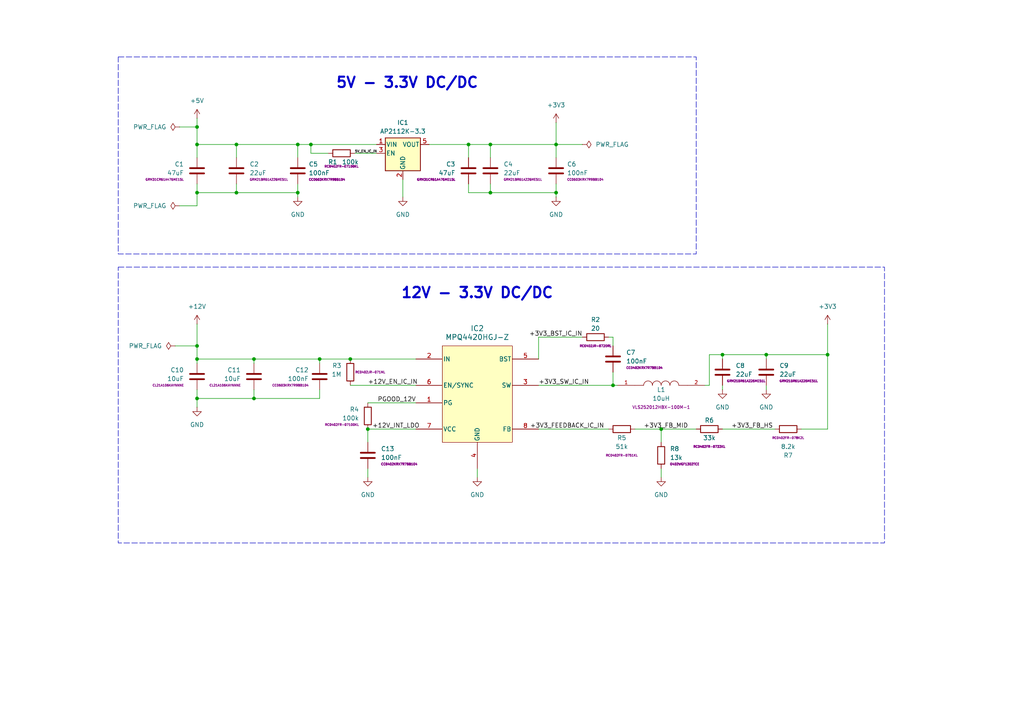
<source format=kicad_sch>
(kicad_sch (version 20250114) (generator "eeschema") (generator_version "9.0")
  (paper "A4")
  (lib_symbols
    (symbol "MPQ4420HGJ-Z:MPQ4420HGJ-Z" (pin_names (offset 0.254))
      (property "Reference" "IC" (at 17.526 9.906 0))
      (property "Value" "MPQ4420HGJ-Z" (at 18.034 7.112 0))
      (symbol "MPQ4420HGJ-Z_0_1"
        (pin power_in line (at 0 1.27 0) (length 7.62) (name "IN") (number "2"))
        (pin input line (at 0 -6.35 0) (length 7.62) (name "EN/SYNC") (number "6"))
        (pin output line (at 0 -11.43 0) (length 7.62) (name "PG") (number "1"))
        (pin power_in line (at 0 -19.05 0) (length 7.62) (name "VCC") (number "7"))
        (pin power_in line (at 17.78 -30.48 90) (length 7.62) (name "GND") (number "4"))
        (pin power_in line (at 35.56 1.27 180) (length 7.62) (name "BST") (number "5"))
        (pin output line (at 35.56 -6.35 180) (length 7.62) (name "SW") (number "3"))
        (pin unspecified line (at 35.56 -19.05 180) (length 7.62) (name "FB") (number "8"))
      )
      (symbol "MPQ4420HGJ-Z_1_1"
        (rectangle (start 7.62 5.08) (end 27.94 -22.86) (fill (type background)))
      )
    )
    (symbol "Project Capacitors:CC0402KRX7R7BB104" (pin_numbers (hide yes)) (pin_names (offset 0.254))
      (property "Reference" "C" (at 0.635 2.54 0))
      (property "Value" "100nF" (at 0.635 -2.54 0))
      (property "Footprint Name" "CC0402KRX7R7BB104" (at 6.35 -4.318 0))
      (symbol "CC0402KRX7R7BB104_0_1"
        (polyline (pts (xy -2.032 0.762) (xy 2.032 0.762)) (stroke (width 0.508)))
        (polyline (pts (xy -2.032 -0.762) (xy 2.032 -0.762)) (stroke (width 0.508)))
      )
      (symbol "CC0402KRX7R7BB104_1_1"
        (pin passive line (at 0 3.81 270) (length 2.794) (name "~") (number "1"))
        (pin passive line (at 0 -3.81 90) (length 2.794) (name "~") (number "2"))
      )
    )
    (symbol "Project Capacitors:CC0603KRX7R9BB104" (pin_numbers (hide yes)) (pin_names (offset 0.254))
      (property "Reference" "C" (at 4.064 -3.048 0))
      (property "Value" "100nF" (at 6.604 -5.588 0))
      (property "Footprint Name" "CC0603KRX7R9BB104" (at 3.81 -7.366 0))
      (symbol "CC0603KRX7R9BB104_0_1"
        (polyline (pts (xy 2.413 2.667) (xy 2.413 -1.397)) (stroke (width 0.508)))
        (polyline (pts (xy 3.937 2.667) (xy 3.937 -1.397)) (stroke (width 0.508)))
      )
      (symbol "CC0603KRX7R9BB104_1_1"
        (pin passive line (at -0.635 0.635 0) (length 2.794) (name "~") (number "2"))
        (pin passive line (at 6.985 0.635 180) (length 2.794) (name "~") (number "1"))
      )
    )
    (symbol "Project Capacitors:CL21A106KAYNNNE" (pin_numbers (hide yes)) (pin_names (offset 0.254))
      (property "Reference" "C" (at 0.635 2.54 0))
      (property "Value" "10uF" (at 0.635 -2.54 0))
      (property "Footprint Name" "CL21A106KAYNNNE" (at 5.334 -4.318 0))
      (symbol "CL21A106KAYNNNE_0_1"
        (polyline (pts (xy -2.032 0.762) (xy 2.032 0.762)) (stroke (width 0.508)))
        (polyline (pts (xy -2.032 -0.762) (xy 2.032 -0.762)) (stroke (width 0.508)))
      )
      (symbol "CL21A106KAYNNNE_1_1"
        (pin passive line (at 0 3.81 270) (length 2.794) (name "~") (number "1"))
        (pin passive line (at 0 -3.81 90) (length 2.794) (name "~") (number "2"))
      )
    )
    (symbol "Project Capacitors:GRM21BR61A226ME51L" (pin_numbers (hide yes)) (pin_names (offset 0.254))
      (property "Reference" "C" (at 0.635 2.54 0))
      (property "Value" "22uF" (at 0.635 -2.54 0))
      (property "Footprint Name" "GRM21BR61A226ME51L" (at 6.35 -4.318 0))
      (symbol "GRM21BR61A226ME51L_0_1"
        (polyline (pts (xy -2.032 0.762) (xy 2.032 0.762)) (stroke (width 0.508)))
        (polyline (pts (xy -2.032 -0.762) (xy 2.032 -0.762)) (stroke (width 0.508)))
      )
      (symbol "GRM21BR61A226ME51L_1_1"
        (pin passive line (at 0 3.81 270) (length 2.794) (name "~") (number "1"))
        (pin passive line (at 0 -3.81 90) (length 2.794) (name "~") (number "2"))
      )
    )
    (symbol "Project Capacitors:GRM31CR61A476ME15L" (pin_numbers (hide yes)) (pin_names (offset 0.254))
      (property "Reference" "C" (at 0.635 2.54 0))
      (property "Value" "47uF" (at 0.635 -2.54 0))
      (property "Footprint Name" "GRM31CR61A476ME15L" (at 6.35 -4.318 0))
      (symbol "GRM31CR61A476ME15L_0_1"
        (polyline (pts (xy -2.032 0.762) (xy 2.032 0.762)) (stroke (width 0.508)))
        (polyline (pts (xy -2.032 -0.762) (xy 2.032 -0.762)) (stroke (width 0.508)))
      )
      (symbol "GRM31CR61A476ME15L_1_1"
        (pin passive line (at 0 3.81 270) (length 2.794) (name "~") (number "1"))
        (pin passive line (at 0 -3.81 90) (length 2.794) (name "~") (number "2"))
      )
    )
    (symbol "Project_Resistors:0402WGF1302TCE" (pin_numbers (hide yes)) (pin_names (offset 0))
      (property "Reference" "R" (at 2.032 0 90))
      (property "Value" "13k" (at 0 0 90))
      (property "Footprint Name" "0402WGF1302TCE" (at 4.064 0.254 90))
      (symbol "0402WGF1302TCE_0_1"
        (rectangle (start -1.016 -2.54) (end 1.016 2.54) (stroke (width 0.254)))
      )
      (symbol "0402WGF1302TCE_1_1"
        (pin passive line (at 0 3.81 270) (length 1.27) (name "~") (number "1"))
        (pin passive line (at 0 -3.81 90) (length 1.27) (name "~") (number "2"))
      )
    )
    (symbol "Project_Resistors:RC0402FR-07100KL" (pin_numbers (hide yes)) (pin_names (offset 0))
      (property "Reference" "R" (at -0.508 2.286 0))
      (property "Value" "100k" (at 0 -2.54 0))
      (property "Footprint Name" "RC0402FR-07100KL" (at -0.254 -4.318 0))
      (symbol "RC0402FR-07100KL_0_1"
        (rectangle (start 2.54 1.016) (end -2.54 -1.016) (stroke (width 0.254)))
      )
      (symbol "RC0402FR-07100KL_1_1"
        (pin passive line (at -3.81 0 0) (length 1.27) (name "~") (number "1"))
        (pin passive line (at 3.81 0 180) (length 1.27) (name "~") (number "2"))
      )
    )
    (symbol "Project_Resistors:RC0402FR-0733KL" (pin_numbers (hide yes)) (pin_names (offset 0))
      (property "Reference" "R" (at 2.032 0 90))
      (property "Value" "33k" (at 0 0 90))
      (property "Footprint Name" "RC0402FR-0733KL" (at 4.064 0.254 90))
      (symbol "RC0402FR-0733KL_0_1"
        (rectangle (start -1.016 -2.54) (end 1.016 2.54) (stroke (width 0.254)))
      )
      (symbol "RC0402FR-0733KL_1_1"
        (pin passive line (at 0 3.81 270) (length 1.27) (name "~") (number "1"))
        (pin passive line (at 0 -3.81 90) (length 1.27) (name "~") (number "2"))
      )
    )
    (symbol "Project_Resistors:RC0402FR-0751KL" (pin_numbers (hide yes)) (pin_names (offset 0))
      (property "Reference" "R" (at 2.032 0 90))
      (property "Value" "51k" (at 0 0 90))
      (property "Footprint Name" "RC0402FR-0751KL" (at 4.064 0.254 90))
      (symbol "RC0402FR-0751KL_0_1"
        (rectangle (start -1.016 -2.54) (end 1.016 2.54) (stroke (width 0.254)))
      )
      (symbol "RC0402FR-0751KL_1_1"
        (pin passive line (at 0 3.81 270) (length 1.27) (name "~") (number "1"))
        (pin passive line (at 0 -3.81 90) (length 1.27) (name "~") (number "2"))
      )
    )
    (symbol "Project_Resistors:RC0402FR-078K2L" (pin_numbers (hide yes)) (pin_names (offset 0))
      (property "Reference" "R" (at 2.032 0 90))
      (property "Value" "8.2k" (at 0 0 90))
      (property "Footprint Name" "RC0402FR-078K2L" (at 4.064 0.254 90))
      (symbol "RC0402FR-078K2L_0_1"
        (rectangle (start -1.016 -2.54) (end 1.016 2.54) (stroke (width 0.254)))
      )
      (symbol "RC0402FR-078K2L_1_1"
        (pin passive line (at 0 3.81 270) (length 1.27) (name "~") (number "1"))
        (pin passive line (at 0 -3.81 90) (length 1.27) (name "~") (number "2"))
      )
    )
    (symbol "Project_Resistors:RC0402JR-071ML" (pin_numbers (hide yes)) (pin_names (offset 0))
      (property "Reference" "R" (at 2.032 0 90))
      (property "Value" "1M" (at 0 0 90))
      (property "Footprint Name" "RC0402JR-071ML" (at 4.064 0.254 90))
      (symbol "RC0402JR-071ML_0_1"
        (rectangle (start -1.016 -2.54) (end 1.016 2.54) (stroke (width 0.254)))
      )
      (symbol "RC0402JR-071ML_1_1"
        (pin passive line (at 0 3.81 270) (length 1.27) (name "~") (number "1"))
        (pin passive line (at 0 -3.81 90) (length 1.27) (name "~") (number "2"))
      )
    )
    (symbol "Project_Resistors:RC0402JR-0720RL" (pin_numbers (hide yes)) (pin_names (offset 0))
      (property "Reference" "R" (at 2.032 0 90))
      (property "Value" "20" (at 0 0 90))
      (property "Footprint Name" "RC0402JR-0720RL" (at 4.064 0.254 90))
      (symbol "RC0402JR-0720RL_0_1"
        (rectangle (start -1.016 -2.54) (end 1.016 2.54) (stroke (width 0.254)))
      )
      (symbol "RC0402JR-0720RL_1_1"
        (pin passive line (at 0 3.81 270) (length 1.27) (name "~") (number "1"))
        (pin passive line (at 0 -3.81 90) (length 1.27) (name "~") (number "2"))
      )
    )
    (symbol "Regulator_Linear:AP2112K-3.3" (pin_names (offset 0.254))
      (property "Reference" "U" (at -5.08 5.715 0))
      (property "Value" "AP2112K-3.3" (at 0 5.715 0))
      (symbol "AP2112K-3.3_0_1"
        (rectangle (start -5.08 4.445) (end 5.08 -5.08) (stroke (width 0.254)) (fill (type background)))
      )
      (symbol "AP2112K-3.3_1_1"
        (pin power_in line (at -7.62 2.54 0) (length 2.54) (name "VIN") (number "1"))
        (pin input line (at -7.62 0 0) (length 2.54) (name "EN") (number "3"))
        (pin power_in line (at 0 -7.62 90) (length 2.54) (name "GND") (number "2"))
        (pin no_connect line (at 5.08 0 180) (length 2.54) (hide yes) (name "NC") (number "4"))
        (pin power_out line (at 7.62 2.54 180) (length 2.54) (name "VOUT") (number "5"))
      )
    )
    (symbol "VLS252012HBX-100M-1:VLS252012HBX-100M-1" (pin_names (offset 1.016))
      (property "Reference" "L" (at -9.906 2.794 0))
      (property "Value" "10uH" (at -9.906 -1.778 0))
      (property "Footprint Name" "VLS252012HBX-100M-1" (at -1.27 -4.572 0))
      (symbol "VLS252012HBX-100M-1_0_0"
        (pin passive line (at -12.7 0 0) (length 5.08) (name "~") (number "1"))
        (pin passive line (at 12.7 0 180) (length 5.08) (name "~") (number "2"))
      )
      (symbol "VLS252012HBX-100M-1_1_0"
        (polyline (pts (xy -5.08 0) (xy -7.62 0)) (stroke (width 0.1524)))
        (arc (start -5.08 0) (mid -3.81 1.2645) (end -2.54 0) (stroke (width 0.1524)))
        (arc (start -2.54 0) (mid -1.27 1.2645) (end 0 0) (stroke (width 0.1524)))
        (arc (start 0 0) (mid 1.27 1.2645) (end 2.54 0) (stroke (width 0.1524)))
        (arc (start 2.54 0) (mid 3.81 1.2645) (end 5.08 0) (stroke (width 0.1524)))
        (polyline (pts (xy 5.08 0) (xy 7.62 0)) (stroke (width 0.1524)))
      )
    )
    (symbol "power:+12V" (power) (pin_numbers (hide yes)) (pin_names (offset 0) (hide yes))
      (property "Value" "+12V" (at 0 3.556 0))
      (symbol "+12V_0_1"
        (polyline (pts (xy -0.762 1.27) (xy 0 2.54)))
        (polyline (pts (xy 0 2.54) (xy 0.762 1.27)))
        (polyline (pts (xy 0 0) (xy 0 2.54)))
      )
      (symbol "+12V_1_1"
        (pin power_in line (at 0 0 90) (length 0) (name "~") (number "1"))
      )
    )
    (symbol "power:+3V3" (power) (pin_numbers (hide yes)) (pin_names (offset 0) (hide yes))
      (property "Value" "+3V3" (at 0 3.556 0))
      (symbol "+3V3_0_1"
        (polyline (pts (xy -0.762 1.27) (xy 0 2.54)))
        (polyline (pts (xy 0 2.54) (xy 0.762 1.27)))
        (polyline (pts (xy 0 0) (xy 0 2.54)))
      )
      (symbol "+3V3_1_1"
        (pin power_in line (at 0 0 90) (length 0) (name "~") (number "1"))
      )
    )
    (symbol "power:+5V" (power) (pin_numbers (hide yes)) (pin_names (offset 0) (hide yes))
      (property "Value" "+5V" (at 0 3.556 0))
      (symbol "+5V_0_1"
        (polyline (pts (xy -0.762 1.27) (xy 0 2.54)))
        (polyline (pts (xy 0 2.54) (xy 0.762 1.27)))
        (polyline (pts (xy 0 0) (xy 0 2.54)))
      )
      (symbol "+5V_1_1"
        (pin power_in line (at 0 0 90) (length 0) (name "~") (number "1"))
      )
    )
    (symbol "power:GND" (power) (pin_numbers (hide yes)) (pin_names (offset 0) (hide yes))
      (property "Value" "GND" (at 0 -3.81 0))
      (symbol "GND_0_1"
        (polyline (pts (xy 0 0) (xy 0 -1.27) (xy 1.27 -1.27) (xy 0 -2.54) (xy -1.27 -1.27) (xy 0 -1.27)))
      )
      (symbol "GND_1_1"
        (pin power_in line (at 0 0 270) (length 0) (name "~") (number "1"))
      )
    )
    (symbol "power:PWR_FLAG" (power) (pin_numbers (hide yes)) (pin_names (offset 0) (hide yes))
      (property "Value" "PWR_FLAG" (at 0 3.81 0))
      (symbol "PWR_FLAG_0_0"
        (pin power_out line (at 0 0 90) (length 0) (name "~") (number "1"))
      )
      (symbol "PWR_FLAG_0_1"
        (polyline (pts (xy 0 0) (xy 0 1.27) (xy -1.016 1.905) (xy 0 2.54) (xy 1.016 1.905) (xy 0 1.27)))
      )
    )
  )
  (rectangle (start 34.29 16.51) (end 201.93 73.66) (stroke (width 0) (type dash)))
  (rectangle (start 34.29 77.47) (end 256.54 157.48) (stroke (width 0) (type dash)))
  (text "12V - 3.3V DC/DC" (at 138.43 85.09 0) (effects (font (size 3 3) (thickness 0.6) (bold yes))))
  (text "5V - 3.3V DC/DC" (at 118.11 24.13 0) (effects (font (size 3 3) (thickness 0.6) (bold yes))))
  (junction (at 135.89 41.91))
  (junction (at 57.15 100.33))
  (junction (at 240.03 102.87))
  (junction (at 57.15 41.91))
  (junction (at 191.77 124.46))
  (junction (at 106.68 124.46))
  (junction (at 142.24 41.91))
  (junction (at 68.58 41.91))
  (junction (at 73.66 104.14))
  (junction (at 101.6 104.14))
  (junction (at 161.29 55.88))
  (junction (at 57.15 115.57))
  (junction (at 161.29 41.91))
  (junction (at 57.15 104.14))
  (junction (at 92.71 104.14))
  (junction (at 68.58 55.88))
  (junction (at 73.66 115.57))
  (junction (at 142.24 55.88))
  (junction (at 86.36 41.91))
  (junction (at 209.55 102.87))
  (junction (at 86.36 55.88))
  (junction (at 177.8 111.76))
  (junction (at 222.25 102.87))
  (junction (at 57.15 55.88))
  (junction (at 57.15 36.83))
  (junction (at 90.17 41.91))
  (wire (pts (xy 204.47 111.76) (xy 205.74 111.76)))
  (wire (pts (xy 205.74 102.87) (xy 209.55 102.87)))
  (wire (pts (xy 57.15 41.91) (xy 68.58 41.91)))
  (wire (pts (xy 106.68 116.84) (xy 120.65 116.84)))
  (wire (pts (xy 135.89 41.91) (xy 135.89 45.72)))
  (wire (pts (xy 142.24 41.91) (xy 142.24 45.72)))
  (wire (pts (xy 90.17 41.91) (xy 109.22 41.91)))
  (wire (pts (xy 135.89 53.34) (xy 135.89 55.88)))
  (wire (pts (xy 191.77 124.46) (xy 201.93 124.46)))
  (wire (pts (xy 135.89 41.91) (xy 142.24 41.91)))
  (wire (pts (xy 57.15 104.14) (xy 73.66 104.14)))
  (wire (pts (xy 73.66 105.41) (xy 73.66 104.14)))
  (wire (pts (xy 73.66 113.03) (xy 73.66 115.57)))
  (wire (pts (xy 177.8 97.79) (xy 176.53 97.79)))
  (wire (pts (xy 106.68 135.89) (xy 106.68 138.43)))
  (wire (pts (xy 73.66 104.14) (xy 92.71 104.14)))
  (wire (pts (xy 116.84 52.07) (xy 116.84 57.15)))
  (wire (pts (xy 92.71 105.41) (xy 92.71 104.14)))
  (wire (pts (xy 106.68 124.46) (xy 120.65 124.46)))
  (wire (pts (xy 92.71 113.03) (xy 92.71 115.57)))
  (wire (pts (xy 101.6 111.76) (xy 120.65 111.76)))
  (wire (pts (xy 161.29 41.91) (xy 161.29 45.72)))
  (wire (pts (xy 156.21 97.79) (xy 168.91 97.79)))
  (wire (pts (xy 57.15 105.41) (xy 57.15 104.14)))
  (wire (pts (xy 161.29 53.34) (xy 161.29 55.88)))
  (wire (pts (xy 191.77 135.89) (xy 191.77 138.43)))
  (wire (pts (xy 73.66 115.57) (xy 92.71 115.57)))
  (wire (pts (xy 57.15 41.91) (xy 57.15 36.83)))
  (wire (pts (xy 124.46 41.91) (xy 135.89 41.91)))
  (wire (pts (xy 161.29 55.88) (xy 161.29 57.15)))
  (wire (pts (xy 57.15 115.57) (xy 73.66 115.57)))
  (wire (pts (xy 57.15 113.03) (xy 57.15 115.57)))
  (wire (pts (xy 177.8 111.76) (xy 179.07 111.76)))
  (wire (pts (xy 142.24 41.91) (xy 161.29 41.91)))
  (wire (pts (xy 57.15 100.33) (xy 57.15 104.14)))
  (wire (pts (xy 191.77 124.46) (xy 191.77 128.27)))
  (wire (pts (xy 57.15 55.88) (xy 68.58 55.88)))
  (wire (pts (xy 57.15 93.98) (xy 57.15 100.33)))
  (wire (pts (xy 222.25 102.87) (xy 240.03 102.87)))
  (wire (pts (xy 184.15 124.46) (xy 191.77 124.46)))
  (wire (pts (xy 90.17 44.45) (xy 90.17 41.91)))
  (wire (pts (xy 138.43 135.89) (xy 138.43 138.43)))
  (wire (pts (xy 92.71 104.14) (xy 101.6 104.14)))
  (wire (pts (xy 161.29 41.91) (xy 168.91 41.91)))
  (wire (pts (xy 240.03 102.87) (xy 240.03 124.46)))
  (wire (pts (xy 161.29 41.91) (xy 161.29 35.56)))
  (wire (pts (xy 156.21 104.14) (xy 156.21 97.79)))
  (wire (pts (xy 156.21 111.76) (xy 177.8 111.76)))
  (wire (pts (xy 90.17 41.91) (xy 86.36 41.91)))
  (wire (pts (xy 57.15 36.83) (xy 57.15 34.29)))
  (wire (pts (xy 57.15 41.91) (xy 57.15 45.72)))
  (wire (pts (xy 205.74 111.76) (xy 205.74 102.87)))
  (wire (pts (xy 86.36 41.91) (xy 86.36 45.72)))
  (wire (pts (xy 142.24 53.34) (xy 142.24 55.88)))
  (wire (pts (xy 209.55 124.46) (xy 224.79 124.46)))
  (wire (pts (xy 156.21 124.46) (xy 176.53 124.46)))
  (wire (pts (xy 57.15 59.69) (xy 57.15 55.88)))
  (wire (pts (xy 52.07 59.69) (xy 57.15 59.69)))
  (wire (pts (xy 101.6 104.14) (xy 120.65 104.14)))
  (wire (pts (xy 102.87 44.45) (xy 109.22 44.45)))
  (wire (pts (xy 135.89 55.88) (xy 142.24 55.88)))
  (wire (pts (xy 57.15 53.34) (xy 57.15 55.88)))
  (wire (pts (xy 68.58 53.34) (xy 68.58 55.88)))
  (wire (pts (xy 209.55 104.14) (xy 209.55 102.87)))
  (wire (pts (xy 68.58 55.88) (xy 86.36 55.88)))
  (wire (pts (xy 52.07 36.83) (xy 57.15 36.83)))
  (wire (pts (xy 209.55 102.87) (xy 222.25 102.87)))
  (wire (pts (xy 232.41 124.46) (xy 240.03 124.46)))
  (wire (pts (xy 222.25 111.76) (xy 222.25 113.03)))
  (wire (pts (xy 86.36 53.34) (xy 86.36 55.88)))
  (wire (pts (xy 209.55 111.76) (xy 209.55 113.03)))
  (wire (pts (xy 95.25 44.45) (xy 90.17 44.45)))
  (wire (pts (xy 68.58 41.91) (xy 68.58 45.72)))
  (wire (pts (xy 222.25 102.87) (xy 222.25 104.14)))
  (wire (pts (xy 177.8 100.33) (xy 177.8 97.79)))
  (wire (pts (xy 177.8 107.95) (xy 177.8 111.76)))
  (wire (pts (xy 240.03 93.98) (xy 240.03 102.87)))
  (wire (pts (xy 86.36 55.88) (xy 86.36 57.15)))
  (wire (pts (xy 57.15 115.57) (xy 57.15 118.11)))
  (wire (pts (xy 50.8 100.33) (xy 57.15 100.33)))
  (wire (pts (xy 68.58 41.91) (xy 86.36 41.91)))
  (wire (pts (xy 142.24 55.88) (xy 161.29 55.88)))
  (wire (pts (xy 106.68 124.46) (xy 106.68 128.27)))
  (label "+3V3_FB_HS" (at 212.09 124.46 0))
  (label "PGOOD_12V" (at 120.65 116.84 180))
  (label "5V_EN_IC_IN" (at 102.87 44.45 0) (effects (font (size 0.7 0.7))))
  (label "+3V3_FEEDBACK_IC_IN" (at 175.26 124.46 180))
  (label "+12V_INT_LDO" (at 107.95 124.46 0))
  (label "+3V3_BST_IC_IN" (at 168.91 97.79 180))
  (label "+3V3_FB_MID" (at 186.69 124.46 0))
  (label "+3V3_SW_IC_IN" (at 156.21 111.76 0))
  (label "+12V_EN_IC_IN" (at 106.68 111.76 0))
  (symbol (lib_id "Project_Resistors:RC0402FR-0733KL") (at 205.74 124.46 90) (mirror x) (unit 1)
    (property "Reference" "R6" (at 205.74 121.92 90))
    (property "Value" "33k" (at 205.74 127 90))
    (property "Footprint" "RC0402FR-0733KL:RESC1005X40N" (effects (hide yes)))
    (property "Description" "Resistor" (effects (hide yes)))
    (property "Footprint Name" "RC0402FR-0733KL" (at 205.74 129.54 90) (effects (font (size 0.635 0.635))))
  )
  (symbol (lib_id "Project_Resistors:RC0402FR-078K2L") (at 228.6 124.46 90) (mirror x) (unit 1)
    (property "Reference" "R7" (at 228.6 132.08 90))
    (property "Value" "8.2k" (at 228.6 129.54 90))
    (property "Footprint" "RC0402FR-078K2L:RESC1005X40N" (effects (hide yes)))
    (property "Description" "Resistor" (effects (hide yes)))
    (property "Footprint Name" "RC0402FR-078K2L" (at 228.6 127 90) (effects (font (size 0.635 0.635))))
  )
  (symbol (lib_id "Regulator_Linear:AP2112K-3.3") (at 116.84 44.45 0) (unit 1)
    (property "Reference" "IC1" (at 116.84 35.56 0))
    (property "Value" "AP2112K-3.3" (at 116.84 38.1 0))
    (property "Footprint" "Package_TO_SOT_SMD:SOT-23-5" (effects (hide yes)))
    (property "Datasheet" "https://www.diodes.com/assets/Datasheets/AP2112.pdf" (effects (hide yes)))
    (property "Description" "600mA low dropout linear regulator, with enable pin, 3.8V-6V input voltage range, 3.3V fixed positive output, SOT-23-5" (effects (hide yes)))
  )
  (symbol (lib_id "power:PWR_FLAG") (at 52.07 36.83 90) (unit 1)
    (property "Reference" "#FLG01" (effects (hide yes)))
    (property "Value" "PWR_FLAG" (at 48.26 36.8299 90) (effects (justify left)))
    (property "Description" "Special symbol for telling ERC where power comes from" (effects (hide yes)))
  )
  (symbol (lib_id "Project Capacitors:GRM21BR61A226ME51L") (at 142.24 49.53 0) (unit 1)
    (property "Reference" "C4" (at 146.05 47.6249 0) (effects (justify left)))
    (property "Value" "22uF" (at 146.05 50.1649 0) (effects (justify left)))
    (property "Footprint" "GRM21BR61A226ME51L:CAPC2012X140N" (effects (hide yes)))
    (property "Description" "Unpolarized capacitor" (effects (hide yes)))
    (property "Footprint Name" "GRM21BR61A226ME51L" (at 146.05 52.07 0) (effects (font (size 0.635 0.635)) (justify left)))
  )
  (symbol (lib_id "Project Capacitors:CC0603KRX7R9BB104") (at 161.925 52.705 90) (unit 1)
    (property "Reference" "C6" (at 164.465 47.6249 90) (effects (justify right)))
    (property "Value" "100nF" (at 164.465 50.1649 90) (effects (justify right)))
    (property "Footprint" "CC0603KRX7R9BB104:CC0603KRX7R9BB104" (effects (hide yes)))
    (property "Description" "Unpolarized capacitor" (effects (hide yes)))
    (property "Footprint Name" "CC0603KRX7R9BB104" (at 164.465 52.07 90) (effects (font (size 0.635 0.635)) (justify right)))
  )
  (symbol (lib_id "Project_Resistors:RC0402JR-0720RL") (at 172.72 97.79 90) (unit 1)
    (property "Reference" "R2" (at 172.72 92.71 90))
    (property "Value" "20" (at 172.72 95.25 90))
    (property "Footprint" "RC0402JR-0720RL:RESC1005X40N" (effects (hide yes)))
    (property "Description" "Resistor" (effects (hide yes)))
    (property "Footprint Name" "RC0402JR-0720RL" (at 172.72 100.33 90) (effects (font (size 0.635 0.635))))
  )
  (symbol (lib_id "Project Capacitors:CC0603KRX7R9BB104") (at 93.345 112.395 90) (unit 1)
    (property "Reference" "C12" (at 89.535 107.3149 90) (effects (justify left)))
    (property "Value" "100nF" (at 89.535 109.8549 90) (effects (justify left)))
    (property "Footprint" "CC0603KRX7R9BB104:CC0603KRX7R9BB104" (effects (hide yes)))
    (property "Description" "Unpolarized capacitor" (effects (hide yes)))
    (property "Footprint Name" "CC0603KRX7R9BB104" (at 89.535 111.76 90) (effects (font (size 0.635 0.635)) (justify left)))
  )
  (symbol (lib_id "Project_Resistors:RC0402FR-07100KL") (at 99.06 44.45 0) (mirror x) (unit 1)
    (property "Reference" "R1" (at 96.52 46.99 0))
    (property "Value" "100k" (at 101.6 46.99 0))
    (property "Footprint" "RC0402FR-07100KL:RC0402FR-07100KL" (effects (hide yes)))
    (property "Description" "Resistor" (effects (hide yes)))
    (property "Footprint Name" "RC0402FR-07100KL" (at 99.06 48.26 0) (effects (font (size 0.635 0.635))))
  )
  (symbol (lib_id "Project Capacitors:CC0603KRX7R9BB104") (at 86.995 52.705 90) (unit 1)
    (property "Reference" "C5" (at 89.535 47.6249 90) (effects (justify right)))
    (property "Value" "100nF" (at 89.535 50.1649 90) (effects (justify right)))
    (property "Footprint" "CC0603KRX7R9BB104:CC0603KRX7R9BB104" (effects (hide yes)))
    (property "Description" "Unpolarized capacitor" (effects (hide yes)))
    (property "Footprint Name" "CC0603KRX7R9BB104" (at 89.535 52.07 90) (effects (font (size 0.635 0.635)) (justify right)))
  )
  (symbol (lib_id "MPQ4420HGJ-Z:MPQ4420HGJ-Z") (at 120.65 105.41 0) (unit 1)
    (property "Reference" "IC2" (at 138.43 95.25 0) (effects (font (size 1.524 1.524))))
    (property "Value" "MPQ4420HGJ-Z" (at 138.43 97.79 0) (effects (font (size 1.524 1.524))))
    (property "Footprint" "MPQ4420HGJ-Z:TSOT23-8_MPQ4420H_MNP" (effects (hide yes)))
    (property "Datasheet" "MPQ4420HGJ-Z" (effects (hide yes)))
  )
  (symbol (lib_id "VLS252012HBX-100M-1:VLS252012HBX-100M-1") (at 191.77 111.76 0) (unit 1)
    (property "Reference" "L1" (at 191.77 113.03 0))
    (property "Value" "10uH" (at 191.77 115.57 0))
    (property "Footprint" "VLS252012HBX-100M-1:IND_VLS252012HBX-100M-1" (effects (hide yes)))
    (property "MF" "TDK" (effects (hide yes)))
    (property "MAXIMUM_PACKAGE_HEIGHT" "1.2 mm" (effects (hide yes)))
    (property "Package" "NON STANDARD-2 TDK" (effects (hide yes)))
    (property "Price" "None" (effects (hide yes)))
    (property "Check_prices" "https://www.snapeda.com/parts/VLS252012HBX-100M-1/TDK/view-part/?ref=eda" (effects (hide yes)))
    (property "STANDARD" "Manufacturer Recommendations" (effects (hide yes)))
    (property "PARTREV" "N/A" (effects (hide yes)))
    (property "SnapEDA_Link" "https://www.snapeda.com/parts/VLS252012HBX-100M-1/TDK/view-part/?ref=snap" (effects (hide yes)))
    (property "MP" "VLS252012HBX-100M-1" (effects (hide yes)))
    (property "Description_1" "10 µH Shielded Drum Core, Wirewound Inductor 1 A 540mOhm Max 1008 (2520 Metric)" (effects (hide yes)))
    (property "Availability" "In Stock" (effects (hide yes)))
    (property "MANUFACTURER" "TDK" (effects (hide yes)))
    (property "Footprint Name" "VLS252012HBX-100M-1" (at 191.77 118.11 0) (effects (font (size 0.889 0.889))))
  )
  (symbol (lib_id "power:+5V") (at 57.15 34.29 0) (unit 1)
    (property "Reference" "#PWR06" (effects (hide yes)))
    (property "Value" "+5V" (at 57.15 29.21 0))
    (property "Description" "Power symbol creates a global label with name \"+5V\"" (effects (hide yes)))
  )
  (symbol (lib_id "Project Capacitors:CL21A106KAYNNNE") (at 73.66 109.22 0) (mirror y) (unit 1)
    (property "Reference" "C11" (at 69.85 107.3149 0) (effects (justify left)))
    (property "Value" "10uF" (at 69.85 109.8549 0) (effects (justify left)))
    (property "Footprint" "CL21A106KAYNNNE:CAPC2012X135N" (effects (hide yes)))
    (property "Description" "Unpolarized capacitor" (effects (hide yes)))
    (property "Footprint Name" "CL21A106KAYNNNE" (at 69.85 111.76 0) (effects (font (size 0.635 0.635)) (justify left)))
  )
  (symbol (lib_id "Project_Resistors:RC0402JR-071ML") (at 101.6 107.95 0) (mirror y) (unit 1)
    (property "Reference" "R3" (at 99.06 106.0449 0) (effects (justify left)))
    (property "Value" "1M" (at 99.06 108.5849 0) (effects (justify left)))
    (property "Footprint" "RC0402JR-071ML:R0402" (effects (hide yes)))
    (property "Description" "Resistor" (effects (hide yes)))
    (property "Footprint Name" "RC0402JR-071ML" (at 111.76 107.95 0) (effects (font (size 0.635 0.635)) (justify left)))
  )
  (symbol (lib_id "Project Capacitors:GRM21BR61A226ME51L") (at 209.55 107.95 0) (unit 1)
    (property "Reference" "C8" (at 213.36 106.0449 0) (effects (justify left)))
    (property "Value" "22uF" (at 213.36 108.5849 0) (effects (justify left)))
    (property "Footprint" "GRM21BR61A226ME51L:CAPC2012X140N" (effects (hide yes)))
    (property "Description" "Unpolarized capacitor" (effects (hide yes)))
    (property "Footprint Name" "GRM21BR61A226ME51L" (at 210.82 110.49 0) (effects (font (size 0.635 0.635)) (justify left)))
  )
  (symbol (lib_id "power:GND") (at 86.36 57.15 0) (unit 1)
    (property "Reference" "#PWR08" (effects (hide yes)))
    (property "Value" "GND" (at 86.36 62.23 0))
    (property "Description" "Power symbol creates a global label with name \"GND\" , ground" (effects (hide yes)))
  )
  (symbol (lib_id "power:+12V") (at 57.15 93.98 0) (unit 1)
    (property "Reference" "#PWR011" (effects (hide yes)))
    (property "Value" "+12V" (at 57.15 88.9 0))
    (property "Description" "Power symbol creates a global label with name \"+12V\"" (effects (hide yes)))
  )
  (symbol (lib_id "power:+3V3") (at 240.03 93.98 0) (unit 1)
    (property "Reference" "#PWR012" (effects (hide yes)))
    (property "Value" "+3V3" (at 240.03 88.9 0))
    (property "Description" "Power symbol creates a global label with name \"+3V3\"" (effects (hide yes)))
  )
  (symbol (lib_id "Project_Resistors:RC0402FR-0751KL") (at 180.34 124.46 90) (mirror x) (unit 1)
    (property "Reference" "R5" (at 180.34 127 90))
    (property "Value" "51k" (at 180.34 129.54 90))
    (property "Footprint" "RC0402FR-0751KL:RESC1005X40N" (effects (hide yes)))
    (property "Description" "Resistor" (effects (hide yes)))
    (property "Footprint Name" "RC0402FR-0751KL" (at 180.34 132.08 90) (effects (font (size 0.635 0.635))))
  )
  (symbol (lib_id "power:PWR_FLAG") (at 52.07 59.69 90) (unit 1)
    (property "Reference" "#FLG03" (effects (hide yes)))
    (property "Value" "PWR_FLAG" (at 48.26 59.6899 90) (effects (justify left)))
    (property "Description" "Special symbol for telling ERC where power comes from" (effects (hide yes)))
  )
  (symbol (lib_id "Project Capacitors:CC0402KRX7R7BB104") (at 177.8 104.14 0) (unit 1)
    (property "Reference" "C7" (at 181.61 102.2349 0) (effects (justify left)))
    (property "Value" "100nF" (at 181.61 104.7749 0) (effects (justify left)))
    (property "Footprint" "CC0402KRX7R7BB104:CAPC1005X55N" (effects (hide yes)))
    (property "Description" "Unpolarized capacitor" (effects (hide yes)))
    (property "Footprint Name" "CC0402KRX7R7BB104" (at 181.61 106.68 0) (effects (font (size 0.635 0.635)) (justify left)))
  )
  (symbol (lib_id "power:+3V3") (at 161.29 35.56 0) (unit 1)
    (property "Reference" "#PWR07" (effects (hide yes)))
    (property "Value" "+3V3" (at 161.29 30.48 0))
    (property "Description" "Power symbol creates a global label with name \"+3V3\"" (effects (hide yes)))
  )
  (symbol (lib_id "power:GND") (at 57.15 118.11 0) (unit 1)
    (property "Reference" "#PWR015" (effects (hide yes)))
    (property "Value" "GND" (at 57.15 123.19 0))
    (property "Description" "Power symbol creates a global label with name \"GND\" , ground" (effects (hide yes)))
  )
  (symbol (lib_id "Project Capacitors:GRM21BR61A226ME51L") (at 222.25 107.95 0) (unit 1)
    (property "Reference" "C9" (at 226.06 106.0449 0) (effects (justify left)))
    (property "Value" "22uF" (at 226.06 108.5849 0) (effects (justify left)))
    (property "Footprint" "GRM21BR61A226ME51L:CAPC2012X140N" (effects (hide yes)))
    (property "Description" "Unpolarized capacitor" (effects (hide yes)))
    (property "Footprint Name" "GRM21BR61A226ME51L" (at 226.06 110.49 0) (effects (font (size 0.635 0.635)) (justify left)))
  )
  (symbol (lib_id "power:GND") (at 106.68 138.43 0) (unit 1)
    (property "Reference" "#PWR016" (effects (hide yes)))
    (property "Value" "GND" (at 106.68 143.51 0))
    (property "Description" "Power symbol creates a global label with name \"GND\" , ground" (effects (hide yes)))
  )
  (symbol (lib_id "Project Capacitors:GRM31CR61A476ME15L") (at 57.15 49.53 0) (mirror y) (unit 1)
    (property "Reference" "C1" (at 53.34 47.6249 0) (effects (justify left)))
    (property "Value" "47uF" (at 53.34 50.1649 0) (effects (justify left)))
    (property "Footprint" "GRM31CR61A476ME15L:CAPC3216X180N" (effects (hide yes)))
    (property "Description" "Unpolarized capacitor" (effects (hide yes)))
    (property "Footprint Name" "GRM31CR61A476ME15L" (at 53.34 52.07 0) (effects (font (size 0.635 0.635)) (justify left)))
  )
  (symbol (lib_id "Project_Resistors:RC0402FR-07100KL") (at 106.68 120.65 270) (unit 1)
    (property "Reference" "R4" (at 104.14 118.7449 90) (effects (justify right)))
    (property "Value" "100k" (at 104.14 121.2849 90) (effects (justify right)))
    (property "Footprint" "RC0402FR-07100KL:RC0402FR-07100KL" (effects (hide yes)))
    (property "Description" "Resistor" (effects (hide yes)))
    (property "Footprint Name" "RC0402FR-07100KL" (at 104.14 123.19 90) (effects (font (size 0.635 0.635)) (justify right)))
  )
  (symbol (lib_id "Project Capacitors:GRM31CR61A476ME15L") (at 135.89 49.53 0) (unit 1)
    (property "Reference" "C3" (at 132.08 47.6249 0) (effects (justify right)))
    (property "Value" "47uF" (at 132.08 50.1649 0) (effects (justify right)))
    (property "Footprint" "GRM31CR61A476ME15L:CAPC3216X180N" (effects (hide yes)))
    (property "Description" "Unpolarized capacitor" (effects (hide yes)))
    (property "Footprint Name" "GRM31CR61A476ME15L" (at 132.08 52.07 0) (effects (font (size 0.635 0.635)) (justify right)))
  )
  (symbol (lib_id "Project Capacitors:CC0402KRX7R7BB104") (at 106.68 132.08 0) (unit 1)
    (property "Reference" "C13" (at 110.49 130.1749 0) (effects (justify left)))
    (property "Value" "100nF" (at 110.49 132.7149 0) (effects (justify left)))
    (property "Footprint" "CC0402KRX7R7BB104:CAPC1005X55N" (effects (hide yes)))
    (property "Description" "Unpolarized capacitor" (effects (hide yes)))
    (property "Footprint Name" "CC0402KRX7R7BB104" (at 110.49 134.62 0) (effects (font (size 0.635 0.635)) (justify left)))
  )
  (symbol (lib_id "power:PWR_FLAG") (at 168.91 41.91 270) (unit 1)
    (property "Reference" "#FLG02" (effects (hide yes)))
    (property "Value" "PWR_FLAG" (at 172.72 41.9099 90) (effects (justify left)))
    (property "Description" "Special symbol for telling ERC where power comes from" (effects (hide yes)))
  )
  (symbol (lib_id "power:PWR_FLAG") (at 50.8 100.33 90) (unit 1)
    (property "Reference" "#FLG04" (effects (hide yes)))
    (property "Value" "PWR_FLAG" (at 46.99 100.3299 90) (effects (justify left)))
    (property "Description" "Special symbol for telling ERC where power comes from" (effects (hide yes)))
  )
  (symbol (lib_id "power:GND") (at 116.84 57.15 0) (unit 1)
    (property "Reference" "#PWR09" (effects (hide yes)))
    (property "Value" "GND" (at 116.84 62.23 0))
    (property "Description" "Power symbol creates a global label with name \"GND\" , ground" (effects (hide yes)))
  )
  (symbol (lib_id "power:GND") (at 209.55 113.03 0) (unit 1)
    (property "Reference" "#PWR013" (effects (hide yes)))
    (property "Value" "GND" (at 209.55 118.11 0))
    (property "Description" "Power symbol creates a global label with name \"GND\" , ground" (effects (hide yes)))
  )
  (symbol (lib_id "power:GND") (at 191.77 138.43 0) (unit 1)
    (property "Reference" "#PWR018" (effects (hide yes)))
    (property "Value" "GND" (at 191.77 143.51 0))
    (property "Description" "Power symbol creates a global label with name \"GND\" , ground" (effects (hide yes)))
  )
  (symbol (lib_id "Project Capacitors:CL21A106KAYNNNE") (at 57.15 109.22 0) (mirror y) (unit 1)
    (property "Reference" "C10" (at 53.34 107.3149 0) (effects (justify left)))
    (property "Value" "10uF" (at 53.34 109.8549 0) (effects (justify left)))
    (property "Footprint" "CL21A106KAYNNNE:CAPC2012X135N" (effects (hide yes)))
    (property "Description" "Unpolarized capacitor" (effects (hide yes)))
    (property "Footprint Name" "CL21A106KAYNNNE" (at 53.34 111.76 0) (effects (font (size 0.635 0.635)) (justify left)))
  )
  (symbol (lib_id "Project_Resistors:0402WGF1302TCE") (at 191.77 132.08 0) (unit 1)
    (property "Reference" "R8" (at 194.31 130.1749 0) (effects (justify left)))
    (property "Value" "13k" (at 194.31 132.7149 0) (effects (justify left)))
    (property "Footprint" "0402WGF1302TCE:RESC1005X40N" (effects (hide yes)))
    (property "Description" "Resistor" (effects (hide yes)))
    (property "Footprint Name" "0402WGF1302TCE" (at 194.31 134.62 0) (effects (font (size 0.635 0.635)) (justify left)))
  )
  (symbol (lib_id "Project Capacitors:GRM21BR61A226ME51L") (at 68.58 49.53 0) (unit 1)
    (property "Reference" "C2" (at 72.39 47.6249 0) (effects (justify left)))
    (property "Value" "22uF" (at 72.39 50.1649 0) (effects (justify left)))
    (property "Footprint" "GRM21BR61A226ME51L:CAPC2012X140N" (effects (hide yes)))
    (property "Description" "Unpolarized capacitor" (effects (hide yes)))
    (property "Footprint Name" "GRM21BR61A226ME51L" (at 72.39 52.07 0) (effects (font (size 0.635 0.635)) (justify left)))
  )
  (symbol (lib_id "power:GND") (at 222.25 113.03 0) (unit 1)
    (property "Reference" "#PWR014" (effects (hide yes)))
    (property "Value" "GND" (at 222.25 118.11 0))
    (property "Description" "Power symbol creates a global label with name \"GND\" , ground" (effects (hide yes)))
  )
  (symbol (lib_id "power:GND") (at 161.29 57.15 0) (unit 1)
    (property "Reference" "#PWR010" (effects (hide yes)))
    (property "Value" "GND" (at 161.29 62.23 0))
    (property "Description" "Power symbol creates a global label with name \"GND\" , ground" (effects (hide yes)))
  )
  (symbol (lib_id "power:GND") (at 138.43 138.43 0) (unit 1)
    (property "Reference" "#PWR017" (effects (hide yes)))
    (property "Value" "GND" (at 138.43 143.51 0))
    (property "Description" "Power symbol creates a global label with name \"GND\" , ground" (effects (hide yes)))
  )
)
</source>
